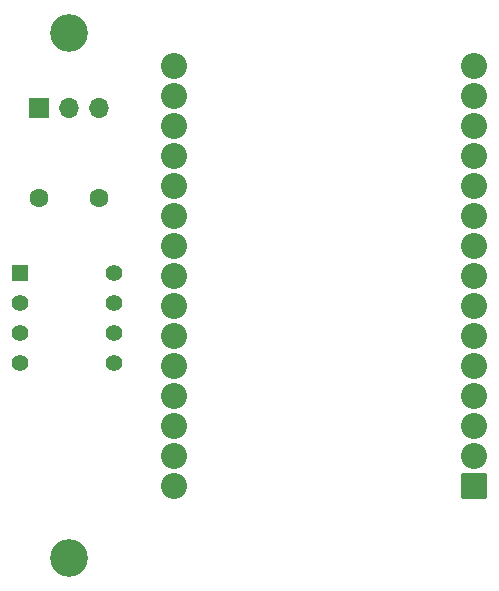
<source format=gbr>
%TF.GenerationSoftware,KiCad,Pcbnew,7.0.2-0*%
%TF.CreationDate,2023-09-29T11:13:34+09:30*%
%TF.ProjectId,ESP32DMX,45535033-3244-44d5-982e-6b696361645f,rev?*%
%TF.SameCoordinates,Original*%
%TF.FileFunction,Soldermask,Bot*%
%TF.FilePolarity,Negative*%
%FSLAX46Y46*%
G04 Gerber Fmt 4.6, Leading zero omitted, Abs format (unit mm)*
G04 Created by KiCad (PCBNEW 7.0.2-0) date 2023-09-29 11:13:34*
%MOMM*%
%LPD*%
G01*
G04 APERTURE LIST*
G04 Aperture macros list*
%AMRoundRect*
0 Rectangle with rounded corners*
0 $1 Rounding radius*
0 $2 $3 $4 $5 $6 $7 $8 $9 X,Y pos of 4 corners*
0 Add a 4 corners polygon primitive as box body*
4,1,4,$2,$3,$4,$5,$6,$7,$8,$9,$2,$3,0*
0 Add four circle primitives for the rounded corners*
1,1,$1+$1,$2,$3*
1,1,$1+$1,$4,$5*
1,1,$1+$1,$6,$7*
1,1,$1+$1,$8,$9*
0 Add four rect primitives between the rounded corners*
20,1,$1+$1,$2,$3,$4,$5,0*
20,1,$1+$1,$4,$5,$6,$7,0*
20,1,$1+$1,$6,$7,$8,$9,0*
20,1,$1+$1,$8,$9,$2,$3,0*%
G04 Aperture macros list end*
%ADD10RoundRect,0.102000X1.000000X1.000000X-1.000000X1.000000X-1.000000X-1.000000X1.000000X-1.000000X0*%
%ADD11C,2.204000*%
%ADD12C,3.200000*%
%ADD13RoundRect,0.102000X-0.605000X-0.605000X0.605000X-0.605000X0.605000X0.605000X-0.605000X0.605000X0*%
%ADD14C,1.414000*%
%ADD15C,1.600000*%
%ADD16R,1.700000X1.700000*%
%ADD17O,1.700000X1.700000*%
G04 APERTURE END LIST*
D10*
%TO.C,U1*%
X93980000Y-101875000D03*
D11*
X93980000Y-99335000D03*
X93980000Y-96795000D03*
X93980000Y-94255000D03*
X93980000Y-91715000D03*
X93980000Y-89175000D03*
X93980000Y-86635000D03*
X93980000Y-84095000D03*
X93980000Y-81555000D03*
X93980000Y-79015000D03*
X93980000Y-76475000D03*
X93980000Y-73935000D03*
X93980000Y-71395000D03*
X93980000Y-68855000D03*
X93980000Y-66315000D03*
X68580000Y-101875000D03*
X68580000Y-99335000D03*
X68580000Y-96795000D03*
X68580000Y-94255000D03*
X68580000Y-91715000D03*
X68580000Y-89175000D03*
X68580000Y-86635000D03*
X68580000Y-84095000D03*
X68580000Y-81555000D03*
X68580000Y-79015000D03*
X68580000Y-76475000D03*
X68580000Y-73935000D03*
X68580000Y-71395000D03*
X68580000Y-68855000D03*
X68580000Y-66315000D03*
%TD*%
D12*
%TO.C,REF\u002A\u002A*%
X59690000Y-107950000D03*
%TD*%
D13*
%TO.C,U2*%
X55560000Y-83820000D03*
D14*
X55560000Y-86360000D03*
X55560000Y-88900000D03*
X55560000Y-91440000D03*
X63500000Y-91440000D03*
X63500000Y-88900000D03*
X63500000Y-86360000D03*
X63500000Y-83820000D03*
%TD*%
D15*
%TO.C,C1*%
X57190000Y-77470000D03*
X62190000Y-77470000D03*
%TD*%
D16*
%TO.C,J1*%
X57150000Y-69850000D03*
D17*
X59690000Y-69850000D03*
X62230000Y-69850000D03*
%TD*%
D12*
%TO.C,REF\u002A\u002A*%
X59690000Y-63500000D03*
%TD*%
M02*

</source>
